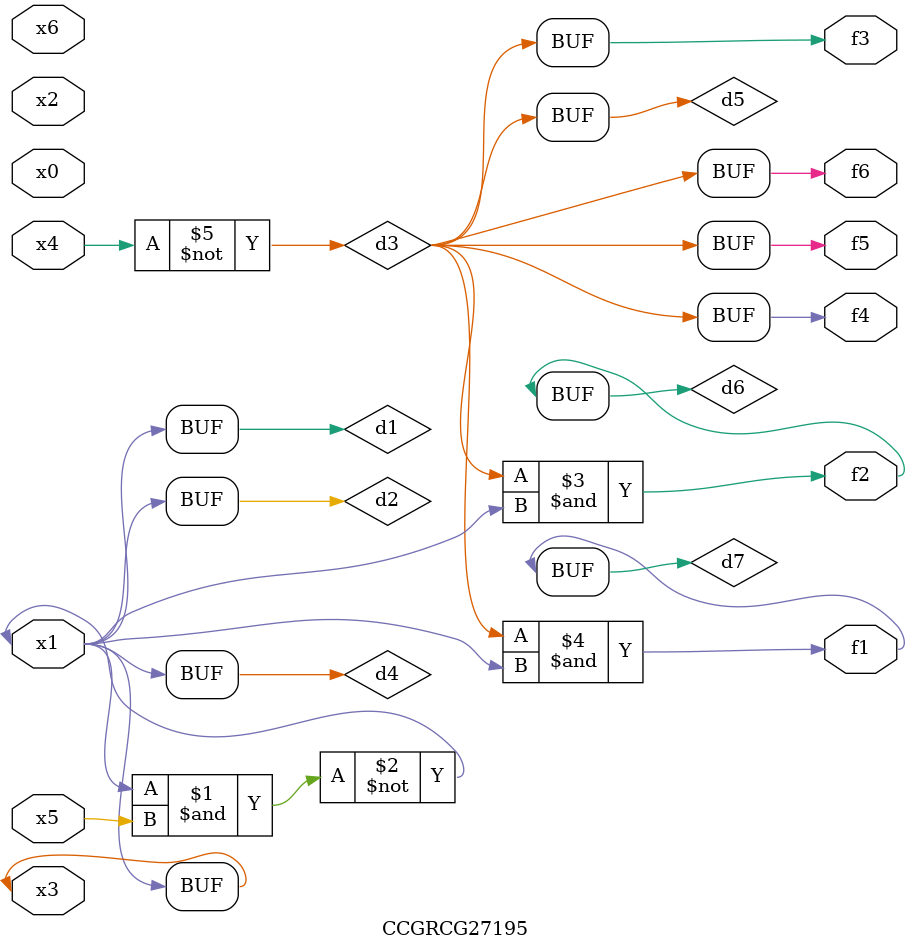
<source format=v>
module CCGRCG27195(
	input x0, x1, x2, x3, x4, x5, x6,
	output f1, f2, f3, f4, f5, f6
);

	wire d1, d2, d3, d4, d5, d6, d7;

	buf (d1, x1, x3);
	nand (d2, x1, x5);
	not (d3, x4);
	buf (d4, d1, d2);
	buf (d5, d3);
	and (d6, d3, d4);
	and (d7, d3, d4);
	assign f1 = d7;
	assign f2 = d6;
	assign f3 = d5;
	assign f4 = d5;
	assign f5 = d5;
	assign f6 = d5;
endmodule

</source>
